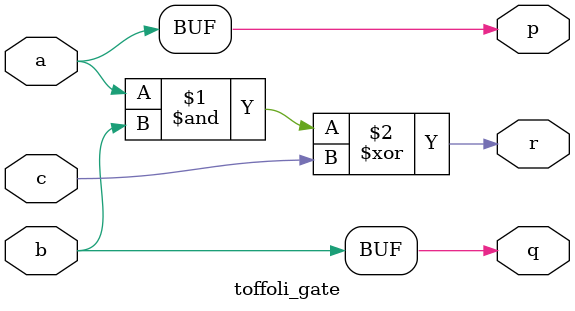
<source format=v>
`timescale 1ns / 1ps


module toffoli_gate(
    input a,b,c,
    output p,q,r
    );
    assign p = a;
    assign q = b;
    assign r = (a&b)^c;
endmodule
</source>
